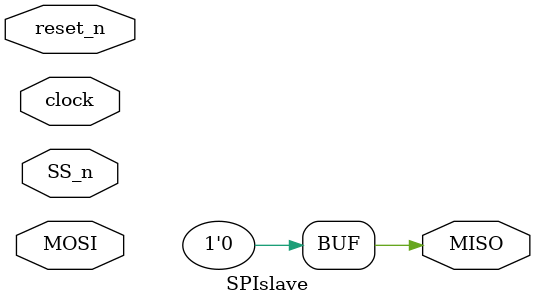
<source format=sv>
`default_nettype none

module SPIslave
  #(parameter DATALEN = 64)
  (input logic clock, reset_n,
  input logic SS_n, //low when master is about to transmit and held until done
  input logic MOSI, //master out slave in
  output logic MISO); //master in slave out


  logic [DATALEN-1:0] slaveReg;
  logic slaveShift, en;

  assign MISO = 1'b0;
     
  shiftRegister sD(.D(MOSI), .clock, .reset_n, .en(en), .Q(slaveReg));

  assign en = (SS_n) ? 1'b0 : 1'b1;


  // always_ff @(posedge clock, negedge reset_n) begin
  //   if (~reset_n) curr <= IDLE;
  //   else curr <= next;
  // end

endmodule: SPIslave


</source>
